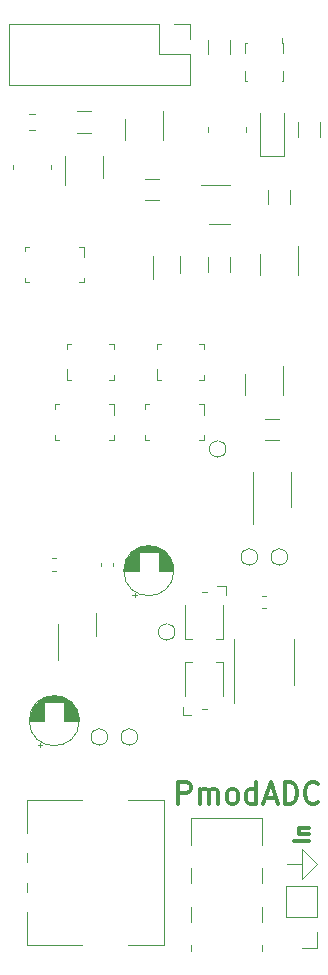
<source format=gbr>
%TF.GenerationSoftware,KiCad,Pcbnew,(5.1.5)-3*%
%TF.CreationDate,2020-11-01T10:25:43+01:00*%
%TF.ProjectId,PmodADC,506d6f64-4144-4432-9e6b-696361645f70,v0.2*%
%TF.SameCoordinates,Original*%
%TF.FileFunction,Legend,Top*%
%TF.FilePolarity,Positive*%
%FSLAX46Y46*%
G04 Gerber Fmt 4.6, Leading zero omitted, Abs format (unit mm)*
G04 Created by KiCad (PCBNEW (5.1.5)-3) date 2020-11-01 10:25:43*
%MOMM*%
%LPD*%
G04 APERTURE LIST*
%ADD10C,0.120000*%
%ADD11C,0.300000*%
G04 APERTURE END LIST*
D10*
X-109220000Y-92710000D02*
X-109220000Y-91440000D01*
X-107950000Y-91440000D02*
X-109220000Y-92710000D01*
X-109220000Y-90170000D02*
X-107950000Y-91440000D01*
X-109220000Y-91440000D02*
X-109220000Y-90170000D01*
X-110490000Y-91440000D02*
X-109220000Y-91440000D01*
D11*
X-108645476Y-89474523D02*
X-109915476Y-89474523D01*
X-109492142Y-88869761D02*
X-108645476Y-88869761D01*
X-109371190Y-88869761D02*
X-109431666Y-88809285D01*
X-109492142Y-88688333D01*
X-109492142Y-88506904D01*
X-109431666Y-88385952D01*
X-109310714Y-88325476D01*
X-108645476Y-88325476D01*
X-119663428Y-86285285D02*
X-119663428Y-84485285D01*
X-118977714Y-84485285D01*
X-118806285Y-84571000D01*
X-118720571Y-84656714D01*
X-118634857Y-84828142D01*
X-118634857Y-85085285D01*
X-118720571Y-85256714D01*
X-118806285Y-85342428D01*
X-118977714Y-85428142D01*
X-119663428Y-85428142D01*
X-117863428Y-86285285D02*
X-117863428Y-85085285D01*
X-117863428Y-85256714D02*
X-117777714Y-85171000D01*
X-117606285Y-85085285D01*
X-117349142Y-85085285D01*
X-117177714Y-85171000D01*
X-117092000Y-85342428D01*
X-117092000Y-86285285D01*
X-117092000Y-85342428D02*
X-117006285Y-85171000D01*
X-116834857Y-85085285D01*
X-116577714Y-85085285D01*
X-116406285Y-85171000D01*
X-116320571Y-85342428D01*
X-116320571Y-86285285D01*
X-115206285Y-86285285D02*
X-115377714Y-86199571D01*
X-115463428Y-86113857D01*
X-115549142Y-85942428D01*
X-115549142Y-85428142D01*
X-115463428Y-85256714D01*
X-115377714Y-85171000D01*
X-115206285Y-85085285D01*
X-114949142Y-85085285D01*
X-114777714Y-85171000D01*
X-114692000Y-85256714D01*
X-114606285Y-85428142D01*
X-114606285Y-85942428D01*
X-114692000Y-86113857D01*
X-114777714Y-86199571D01*
X-114949142Y-86285285D01*
X-115206285Y-86285285D01*
X-113063428Y-86285285D02*
X-113063428Y-84485285D01*
X-113063428Y-86199571D02*
X-113234857Y-86285285D01*
X-113577714Y-86285285D01*
X-113749142Y-86199571D01*
X-113834857Y-86113857D01*
X-113920571Y-85942428D01*
X-113920571Y-85428142D01*
X-113834857Y-85256714D01*
X-113749142Y-85171000D01*
X-113577714Y-85085285D01*
X-113234857Y-85085285D01*
X-113063428Y-85171000D01*
X-112292000Y-85771000D02*
X-111434857Y-85771000D01*
X-112463428Y-86285285D02*
X-111863428Y-84485285D01*
X-111263428Y-86285285D01*
X-110663428Y-86285285D02*
X-110663428Y-84485285D01*
X-110234857Y-84485285D01*
X-109977714Y-84571000D01*
X-109806285Y-84742428D01*
X-109720571Y-84913857D01*
X-109634857Y-85256714D01*
X-109634857Y-85513857D01*
X-109720571Y-85856714D01*
X-109806285Y-86028142D01*
X-109977714Y-86199571D01*
X-110234857Y-86285285D01*
X-110663428Y-86285285D01*
X-107834857Y-86113857D02*
X-107920571Y-86199571D01*
X-108177714Y-86285285D01*
X-108349142Y-86285285D01*
X-108606285Y-86199571D01*
X-108777714Y-86028142D01*
X-108863428Y-85856714D01*
X-108949142Y-85513857D01*
X-108949142Y-85256714D01*
X-108863428Y-84913857D01*
X-108777714Y-84742428D01*
X-108606285Y-84571000D01*
X-108349142Y-84485285D01*
X-108177714Y-84485285D01*
X-107920571Y-84571000D01*
X-107834857Y-84656714D01*
D10*
%TO.C,TP9*%
X-123125000Y-80645000D02*
G75*
G03X-123125000Y-80645000I-700000J0D01*
G01*
%TO.C,U20*%
X-127675000Y-39140000D02*
X-128050000Y-39140000D01*
X-127675000Y-40015000D02*
X-127675000Y-39140000D01*
X-127675000Y-42140000D02*
X-127675000Y-41765000D01*
X-128050000Y-42140000D02*
X-127675000Y-42140000D01*
X-132675000Y-39140000D02*
X-132675000Y-39515000D01*
X-132300000Y-39140000D02*
X-132675000Y-39140000D01*
X-132675000Y-42140000D02*
X-132675000Y-41765000D01*
X-132300000Y-42140000D02*
X-132675000Y-42140000D01*
%TO.C,U16*%
X-114955000Y-74295000D02*
X-114955000Y-77745000D01*
X-114955000Y-74295000D02*
X-114955000Y-72345000D01*
X-109835000Y-74295000D02*
X-109835000Y-76245000D01*
X-109835000Y-74295000D02*
X-109835000Y-72345000D01*
%TO.C,U13*%
X-113370000Y-59690000D02*
X-113370000Y-62615000D01*
X-113370000Y-59690000D02*
X-113370000Y-58190000D01*
X-110150000Y-59690000D02*
X-110150000Y-61190000D01*
X-110150000Y-59690000D02*
X-110150000Y-58190000D01*
%TO.C,U12*%
X-126650000Y-70120000D02*
X-126650000Y-72120000D01*
X-129890000Y-71120000D02*
X-129890000Y-74120000D01*
%TO.C,U11*%
X-119490000Y-41340000D02*
X-119490000Y-39940000D01*
X-121810000Y-39940000D02*
X-121810000Y-41840000D01*
%TO.C,U10*%
X-109515000Y-41540000D02*
X-109515000Y-39090000D01*
X-112735000Y-39740000D02*
X-112735000Y-41540000D01*
%TO.C,U9*%
X-120945000Y-30110000D02*
X-120945000Y-27660000D01*
X-124165000Y-28310000D02*
X-124165000Y-30110000D01*
%TO.C,U8*%
X-115305000Y-33950000D02*
X-117755000Y-33950000D01*
X-117105000Y-37170000D02*
X-115305000Y-37170000D01*
%TO.C,U7*%
X-110784999Y-51700000D02*
X-110784999Y-49250000D01*
X-114004999Y-49900000D02*
X-114004999Y-51700000D01*
%TO.C,U6*%
X-117515000Y-52475000D02*
X-117890000Y-52475000D01*
X-117515000Y-53350000D02*
X-117515000Y-52475000D01*
X-117515000Y-55475000D02*
X-117515000Y-55100000D01*
X-117890000Y-55475000D02*
X-117515000Y-55475000D01*
X-122515000Y-52475000D02*
X-122515000Y-52850000D01*
X-122140000Y-52475000D02*
X-122515000Y-52475000D01*
X-122515000Y-55475000D02*
X-122515000Y-55100000D01*
X-122140000Y-55475000D02*
X-122515000Y-55475000D01*
%TO.C,U5*%
X-125135000Y-52475000D02*
X-125510000Y-52475000D01*
X-125135000Y-53350000D02*
X-125135000Y-52475000D01*
X-125135000Y-55475000D02*
X-125135000Y-55100000D01*
X-125510000Y-55475000D02*
X-125135000Y-55475000D01*
X-130135000Y-52475000D02*
X-130135000Y-52850000D01*
X-129760000Y-52475000D02*
X-130135000Y-52475000D01*
X-130135000Y-55475000D02*
X-130135000Y-55100000D01*
X-129760000Y-55475000D02*
X-130135000Y-55475000D01*
%TO.C,U4*%
X-110795000Y-22695000D02*
X-110795000Y-21895000D01*
X-110795000Y-21895000D02*
X-110895000Y-21895000D01*
X-110795000Y-24295000D02*
X-110795000Y-25095000D01*
X-110795000Y-25095000D02*
X-110895000Y-25095000D01*
X-113895000Y-21895000D02*
X-113995000Y-21895000D01*
X-113995000Y-21895000D02*
X-113995000Y-22695000D01*
X-113995000Y-24295000D02*
X-113995000Y-25095000D01*
X-113995000Y-25095000D02*
X-113895000Y-25095000D01*
X-110895000Y-21895000D02*
X-110895000Y-21495000D01*
%TO.C,U3*%
X-129245000Y-31485000D02*
X-129245000Y-33935000D01*
X-126025000Y-33285000D02*
X-126025000Y-31485000D01*
%TO.C,U2*%
X-121515000Y-50395000D02*
X-121140000Y-50395000D01*
X-121515000Y-49520000D02*
X-121515000Y-50395000D01*
X-121515000Y-47395000D02*
X-121515000Y-47770000D01*
X-121140000Y-47395000D02*
X-121515000Y-47395000D01*
X-117515000Y-50395000D02*
X-117515000Y-50020000D01*
X-117890000Y-50395000D02*
X-117515000Y-50395000D01*
X-117515000Y-47395000D02*
X-117515000Y-47770000D01*
X-117890000Y-47395000D02*
X-117515000Y-47395000D01*
%TO.C,U1*%
X-129135000Y-50395000D02*
X-128760000Y-50395000D01*
X-129135000Y-49520000D02*
X-129135000Y-50395000D01*
X-129135000Y-47395000D02*
X-129135000Y-47770000D01*
X-128760000Y-47395000D02*
X-129135000Y-47395000D01*
X-125135000Y-50395000D02*
X-125135000Y-50020000D01*
X-125510000Y-50395000D02*
X-125135000Y-50395000D01*
X-125135000Y-47395000D02*
X-125135000Y-47770000D01*
X-125510000Y-47395000D02*
X-125135000Y-47395000D01*
%TO.C,TP11*%
X-112965000Y-65405000D02*
G75*
G03X-112965000Y-65405000I-700000J0D01*
G01*
%TO.C,TP10*%
X-110425000Y-65405000D02*
G75*
G03X-110425000Y-65405000I-700000J0D01*
G01*
%TO.C,TP6*%
X-119950000Y-71755000D02*
G75*
G03X-119950000Y-71755000I-700000J0D01*
G01*
%TO.C,TP5*%
X-115632000Y-56261000D02*
G75*
G03X-115632000Y-56261000I-700000J0D01*
G01*
%TO.C,TP3*%
X-125665000Y-80645000D02*
G75*
G03X-125665000Y-80645000I-700000J0D01*
G01*
%TO.C,RV2*%
X-117675000Y-78300000D02*
X-117275000Y-78300000D01*
X-119075000Y-77200000D02*
X-119075000Y-74300000D01*
X-119075000Y-74300000D02*
X-118475000Y-74300000D01*
X-115875000Y-77200000D02*
X-115875000Y-74300000D01*
X-115875000Y-74300000D02*
X-116475000Y-74300000D01*
X-119275000Y-78100000D02*
X-119275000Y-78800000D01*
X-119275000Y-78800000D02*
X-118575000Y-78800000D01*
%TO.C,RV1*%
X-115675000Y-67885000D02*
X-116375000Y-67885000D01*
X-115675000Y-68585000D02*
X-115675000Y-67885000D01*
X-119075000Y-72385000D02*
X-118475000Y-72385000D01*
X-119075000Y-69485000D02*
X-119075000Y-72385000D01*
X-115875000Y-72385000D02*
X-116475000Y-72385000D01*
X-115875000Y-69485000D02*
X-115875000Y-72385000D01*
X-117275000Y-68385000D02*
X-117675000Y-68385000D01*
%TO.C,R40*%
X-120880000Y-85945000D02*
X-120880000Y-98285000D01*
X-132470000Y-95485000D02*
X-132470000Y-98285000D01*
X-132470000Y-92986000D02*
X-132470000Y-93745000D01*
X-132470000Y-90486000D02*
X-132470000Y-91245000D01*
X-132470000Y-85945000D02*
X-132470000Y-88744000D01*
X-123895000Y-98285000D02*
X-120880000Y-98285000D01*
X-132470000Y-98285000D02*
X-127804000Y-98285000D01*
X-123895000Y-85945000D02*
X-120880000Y-85945000D01*
X-132470000Y-85945000D02*
X-127804000Y-85945000D01*
%TO.C,L2*%
X-117170000Y-29010000D02*
X-117170000Y-29410000D01*
X-113970000Y-29010000D02*
X-113970000Y-29410000D01*
%TO.C,L1*%
X-133680000Y-32185000D02*
X-133680000Y-32585000D01*
X-130480000Y-32185000D02*
X-130480000Y-32585000D01*
%TO.C,J4*%
X-118570000Y-87520000D02*
X-115570000Y-87520000D01*
X-118570000Y-92770000D02*
X-118570000Y-91770000D01*
X-118570000Y-91770000D02*
X-118570000Y-92520000D01*
X-118570000Y-92520000D02*
X-118570000Y-93020000D01*
X-118570000Y-98270000D02*
X-118570000Y-98770000D01*
X-118570000Y-96270000D02*
X-118570000Y-95020000D01*
X-118570000Y-89770000D02*
X-118570000Y-87520000D01*
X-112570000Y-87520000D02*
X-115570000Y-87520000D01*
X-112570000Y-89770000D02*
X-112570000Y-87520000D01*
X-112570000Y-92520000D02*
X-112570000Y-93020000D01*
X-112570000Y-91770000D02*
X-112570000Y-92520000D01*
X-112570000Y-92770000D02*
X-112570000Y-91770000D01*
X-112570000Y-96270000D02*
X-112570000Y-95020000D01*
X-112570000Y-98270000D02*
X-112570000Y-98770000D01*
%TO.C,J3*%
X-118685000Y-20260000D02*
X-118685000Y-21590000D01*
X-120015000Y-20260000D02*
X-118685000Y-20260000D01*
X-118685000Y-22860000D02*
X-118685000Y-25460000D01*
X-121285000Y-22860000D02*
X-118685000Y-22860000D01*
X-121285000Y-20260000D02*
X-121285000Y-22860000D01*
X-118685000Y-25460000D02*
X-134045000Y-25460000D01*
X-121285000Y-20260000D02*
X-134045000Y-20260000D01*
X-134045000Y-20260000D02*
X-134045000Y-25460000D01*
%TO.C,J1*%
X-107890000Y-98485000D02*
X-109220000Y-98485000D01*
X-107890000Y-97155000D02*
X-107890000Y-98485000D01*
X-107890000Y-95885000D02*
X-110550000Y-95885000D01*
X-110550000Y-95885000D02*
X-110550000Y-93285000D01*
X-107890000Y-95885000D02*
X-107890000Y-93285000D01*
X-107890000Y-93285000D02*
X-110550000Y-93285000D01*
%TO.C,D1*%
X-112770000Y-31490000D02*
X-112770000Y-27810000D01*
X-110750000Y-31490000D02*
X-110750000Y-27810000D01*
X-112770000Y-31490000D02*
X-110750000Y-31490000D01*
%TO.C,C34*%
X-112232221Y-68705000D02*
X-112557779Y-68705000D01*
X-112232221Y-69725000D02*
X-112557779Y-69725000D01*
%TO.C,C27*%
X-111157936Y-53700000D02*
X-112362064Y-53700000D01*
X-111157936Y-55520000D02*
X-112362064Y-55520000D01*
%TO.C,C26*%
X-123569000Y-68629801D02*
X-123169000Y-68629801D01*
X-123369000Y-68829801D02*
X-123369000Y-68429801D01*
X-122544000Y-64479000D02*
X-121804000Y-64479000D01*
X-122711000Y-64519000D02*
X-121637000Y-64519000D01*
X-122838000Y-64559000D02*
X-121510000Y-64559000D01*
X-122942000Y-64599000D02*
X-121406000Y-64599000D01*
X-123033000Y-64639000D02*
X-121315000Y-64639000D01*
X-123114000Y-64679000D02*
X-121234000Y-64679000D01*
X-123187000Y-64719000D02*
X-121161000Y-64719000D01*
X-123254000Y-64759000D02*
X-121094000Y-64759000D01*
X-123316000Y-64799000D02*
X-121032000Y-64799000D01*
X-123374000Y-64839000D02*
X-120974000Y-64839000D01*
X-123428000Y-64879000D02*
X-120920000Y-64879000D01*
X-123478000Y-64919000D02*
X-120870000Y-64919000D01*
X-123525000Y-64959000D02*
X-120823000Y-64959000D01*
X-121334000Y-64999000D02*
X-120778000Y-64999000D01*
X-123570000Y-64999000D02*
X-123014000Y-64999000D01*
X-121334000Y-65039000D02*
X-120736000Y-65039000D01*
X-123612000Y-65039000D02*
X-123014000Y-65039000D01*
X-121334000Y-65079000D02*
X-120696000Y-65079000D01*
X-123652000Y-65079000D02*
X-123014000Y-65079000D01*
X-121334000Y-65119000D02*
X-120658000Y-65119000D01*
X-123690000Y-65119000D02*
X-123014000Y-65119000D01*
X-121334000Y-65159000D02*
X-120622000Y-65159000D01*
X-123726000Y-65159000D02*
X-123014000Y-65159000D01*
X-121334000Y-65199000D02*
X-120587000Y-65199000D01*
X-123761000Y-65199000D02*
X-123014000Y-65199000D01*
X-121334000Y-65239000D02*
X-120555000Y-65239000D01*
X-123793000Y-65239000D02*
X-123014000Y-65239000D01*
X-121334000Y-65279000D02*
X-120524000Y-65279000D01*
X-123824000Y-65279000D02*
X-123014000Y-65279000D01*
X-121334000Y-65319000D02*
X-120494000Y-65319000D01*
X-123854000Y-65319000D02*
X-123014000Y-65319000D01*
X-121334000Y-65359000D02*
X-120466000Y-65359000D01*
X-123882000Y-65359000D02*
X-123014000Y-65359000D01*
X-121334000Y-65399000D02*
X-120439000Y-65399000D01*
X-123909000Y-65399000D02*
X-123014000Y-65399000D01*
X-121334000Y-65439000D02*
X-120414000Y-65439000D01*
X-123934000Y-65439000D02*
X-123014000Y-65439000D01*
X-121334000Y-65479000D02*
X-120389000Y-65479000D01*
X-123959000Y-65479000D02*
X-123014000Y-65479000D01*
X-121334000Y-65519000D02*
X-120366000Y-65519000D01*
X-123982000Y-65519000D02*
X-123014000Y-65519000D01*
X-121334000Y-65559000D02*
X-120344000Y-65559000D01*
X-124004000Y-65559000D02*
X-123014000Y-65559000D01*
X-121334000Y-65599000D02*
X-120323000Y-65599000D01*
X-124025000Y-65599000D02*
X-123014000Y-65599000D01*
X-121334000Y-65639000D02*
X-120304000Y-65639000D01*
X-124044000Y-65639000D02*
X-123014000Y-65639000D01*
X-121334000Y-65679000D02*
X-120285000Y-65679000D01*
X-124063000Y-65679000D02*
X-123014000Y-65679000D01*
X-121334000Y-65719000D02*
X-120267000Y-65719000D01*
X-124081000Y-65719000D02*
X-123014000Y-65719000D01*
X-121334000Y-65759000D02*
X-120250000Y-65759000D01*
X-124098000Y-65759000D02*
X-123014000Y-65759000D01*
X-121334000Y-65799000D02*
X-120234000Y-65799000D01*
X-124114000Y-65799000D02*
X-123014000Y-65799000D01*
X-121334000Y-65839000D02*
X-120220000Y-65839000D01*
X-124128000Y-65839000D02*
X-123014000Y-65839000D01*
X-121334000Y-65880000D02*
X-120206000Y-65880000D01*
X-124142000Y-65880000D02*
X-123014000Y-65880000D01*
X-121334000Y-65920000D02*
X-120192000Y-65920000D01*
X-124156000Y-65920000D02*
X-123014000Y-65920000D01*
X-121334000Y-65960000D02*
X-120180000Y-65960000D01*
X-124168000Y-65960000D02*
X-123014000Y-65960000D01*
X-121334000Y-66000000D02*
X-120169000Y-66000000D01*
X-124179000Y-66000000D02*
X-123014000Y-66000000D01*
X-121334000Y-66040000D02*
X-120158000Y-66040000D01*
X-124190000Y-66040000D02*
X-123014000Y-66040000D01*
X-121334000Y-66080000D02*
X-120149000Y-66080000D01*
X-124199000Y-66080000D02*
X-123014000Y-66080000D01*
X-121334000Y-66120000D02*
X-120140000Y-66120000D01*
X-124208000Y-66120000D02*
X-123014000Y-66120000D01*
X-121334000Y-66160000D02*
X-120132000Y-66160000D01*
X-124216000Y-66160000D02*
X-123014000Y-66160000D01*
X-121334000Y-66200000D02*
X-120124000Y-66200000D01*
X-124224000Y-66200000D02*
X-123014000Y-66200000D01*
X-121334000Y-66240000D02*
X-120118000Y-66240000D01*
X-124230000Y-66240000D02*
X-123014000Y-66240000D01*
X-121334000Y-66280000D02*
X-120112000Y-66280000D01*
X-124236000Y-66280000D02*
X-123014000Y-66280000D01*
X-121334000Y-66320000D02*
X-120107000Y-66320000D01*
X-124241000Y-66320000D02*
X-123014000Y-66320000D01*
X-121334000Y-66360000D02*
X-120103000Y-66360000D01*
X-124245000Y-66360000D02*
X-123014000Y-66360000D01*
X-121334000Y-66400000D02*
X-120100000Y-66400000D01*
X-124248000Y-66400000D02*
X-123014000Y-66400000D01*
X-121334000Y-66440000D02*
X-120097000Y-66440000D01*
X-124251000Y-66440000D02*
X-123014000Y-66440000D01*
X-124253000Y-66480000D02*
X-123014000Y-66480000D01*
X-121334000Y-66480000D02*
X-120095000Y-66480000D01*
X-124254000Y-66520000D02*
X-123014000Y-66520000D01*
X-121334000Y-66520000D02*
X-120094000Y-66520000D01*
X-124254000Y-66560000D02*
X-123014000Y-66560000D01*
X-121334000Y-66560000D02*
X-120094000Y-66560000D01*
X-120054000Y-66560000D02*
G75*
G03X-120054000Y-66560000I-2120000J0D01*
G01*
%TO.C,C24*%
X-126240000Y-66202779D02*
X-126240000Y-65877221D01*
X-125220000Y-66202779D02*
X-125220000Y-65877221D01*
%TO.C,C23*%
X-130337779Y-65530000D02*
X-130012221Y-65530000D01*
X-130337779Y-66550000D02*
X-130012221Y-66550000D01*
%TO.C,C20*%
X-117115000Y-40037936D02*
X-117115000Y-41242064D01*
X-115295000Y-40037936D02*
X-115295000Y-41242064D01*
%TO.C,C18*%
X-121317936Y-33380000D02*
X-122522064Y-33380000D01*
X-121317936Y-35200000D02*
X-122522064Y-35200000D01*
%TO.C,C17*%
X-112035000Y-34322936D02*
X-112035000Y-35527064D01*
X-110215000Y-34322936D02*
X-110215000Y-35527064D01*
%TO.C,C16*%
X-128055000Y-79260000D02*
G75*
G03X-128055000Y-79260000I-2120000J0D01*
G01*
X-129335000Y-79260000D02*
X-128095000Y-79260000D01*
X-132255000Y-79260000D02*
X-131015000Y-79260000D01*
X-129335000Y-79220000D02*
X-128095000Y-79220000D01*
X-132255000Y-79220000D02*
X-131015000Y-79220000D01*
X-129335000Y-79180000D02*
X-128096000Y-79180000D01*
X-132254000Y-79180000D02*
X-131015000Y-79180000D01*
X-132252000Y-79140000D02*
X-131015000Y-79140000D01*
X-129335000Y-79140000D02*
X-128098000Y-79140000D01*
X-132249000Y-79100000D02*
X-131015000Y-79100000D01*
X-129335000Y-79100000D02*
X-128101000Y-79100000D01*
X-132246000Y-79060000D02*
X-131015000Y-79060000D01*
X-129335000Y-79060000D02*
X-128104000Y-79060000D01*
X-132242000Y-79020000D02*
X-131015000Y-79020000D01*
X-129335000Y-79020000D02*
X-128108000Y-79020000D01*
X-132237000Y-78980000D02*
X-131015000Y-78980000D01*
X-129335000Y-78980000D02*
X-128113000Y-78980000D01*
X-132231000Y-78940000D02*
X-131015000Y-78940000D01*
X-129335000Y-78940000D02*
X-128119000Y-78940000D01*
X-132225000Y-78900000D02*
X-131015000Y-78900000D01*
X-129335000Y-78900000D02*
X-128125000Y-78900000D01*
X-132217000Y-78860000D02*
X-131015000Y-78860000D01*
X-129335000Y-78860000D02*
X-128133000Y-78860000D01*
X-132209000Y-78820000D02*
X-131015000Y-78820000D01*
X-129335000Y-78820000D02*
X-128141000Y-78820000D01*
X-132200000Y-78780000D02*
X-131015000Y-78780000D01*
X-129335000Y-78780000D02*
X-128150000Y-78780000D01*
X-132191000Y-78740000D02*
X-131015000Y-78740000D01*
X-129335000Y-78740000D02*
X-128159000Y-78740000D01*
X-132180000Y-78700000D02*
X-131015000Y-78700000D01*
X-129335000Y-78700000D02*
X-128170000Y-78700000D01*
X-132169000Y-78660000D02*
X-131015000Y-78660000D01*
X-129335000Y-78660000D02*
X-128181000Y-78660000D01*
X-132157000Y-78620000D02*
X-131015000Y-78620000D01*
X-129335000Y-78620000D02*
X-128193000Y-78620000D01*
X-132143000Y-78580000D02*
X-131015000Y-78580000D01*
X-129335000Y-78580000D02*
X-128207000Y-78580000D01*
X-132129000Y-78539000D02*
X-131015000Y-78539000D01*
X-129335000Y-78539000D02*
X-128221000Y-78539000D01*
X-132115000Y-78499000D02*
X-131015000Y-78499000D01*
X-129335000Y-78499000D02*
X-128235000Y-78499000D01*
X-132099000Y-78459000D02*
X-131015000Y-78459000D01*
X-129335000Y-78459000D02*
X-128251000Y-78459000D01*
X-132082000Y-78419000D02*
X-131015000Y-78419000D01*
X-129335000Y-78419000D02*
X-128268000Y-78419000D01*
X-132064000Y-78379000D02*
X-131015000Y-78379000D01*
X-129335000Y-78379000D02*
X-128286000Y-78379000D01*
X-132045000Y-78339000D02*
X-131015000Y-78339000D01*
X-129335000Y-78339000D02*
X-128305000Y-78339000D01*
X-132026000Y-78299000D02*
X-131015000Y-78299000D01*
X-129335000Y-78299000D02*
X-128324000Y-78299000D01*
X-132005000Y-78259000D02*
X-131015000Y-78259000D01*
X-129335000Y-78259000D02*
X-128345000Y-78259000D01*
X-131983000Y-78219000D02*
X-131015000Y-78219000D01*
X-129335000Y-78219000D02*
X-128367000Y-78219000D01*
X-131960000Y-78179000D02*
X-131015000Y-78179000D01*
X-129335000Y-78179000D02*
X-128390000Y-78179000D01*
X-131935000Y-78139000D02*
X-131015000Y-78139000D01*
X-129335000Y-78139000D02*
X-128415000Y-78139000D01*
X-131910000Y-78099000D02*
X-131015000Y-78099000D01*
X-129335000Y-78099000D02*
X-128440000Y-78099000D01*
X-131883000Y-78059000D02*
X-131015000Y-78059000D01*
X-129335000Y-78059000D02*
X-128467000Y-78059000D01*
X-131855000Y-78019000D02*
X-131015000Y-78019000D01*
X-129335000Y-78019000D02*
X-128495000Y-78019000D01*
X-131825000Y-77979000D02*
X-131015000Y-77979000D01*
X-129335000Y-77979000D02*
X-128525000Y-77979000D01*
X-131794000Y-77939000D02*
X-131015000Y-77939000D01*
X-129335000Y-77939000D02*
X-128556000Y-77939000D01*
X-131762000Y-77899000D02*
X-131015000Y-77899000D01*
X-129335000Y-77899000D02*
X-128588000Y-77899000D01*
X-131727000Y-77859000D02*
X-131015000Y-77859000D01*
X-129335000Y-77859000D02*
X-128623000Y-77859000D01*
X-131691000Y-77819000D02*
X-131015000Y-77819000D01*
X-129335000Y-77819000D02*
X-128659000Y-77819000D01*
X-131653000Y-77779000D02*
X-131015000Y-77779000D01*
X-129335000Y-77779000D02*
X-128697000Y-77779000D01*
X-131613000Y-77739000D02*
X-131015000Y-77739000D01*
X-129335000Y-77739000D02*
X-128737000Y-77739000D01*
X-131571000Y-77699000D02*
X-131015000Y-77699000D01*
X-129335000Y-77699000D02*
X-128779000Y-77699000D01*
X-131526000Y-77659000D02*
X-128824000Y-77659000D01*
X-131479000Y-77619000D02*
X-128871000Y-77619000D01*
X-131429000Y-77579000D02*
X-128921000Y-77579000D01*
X-131375000Y-77539000D02*
X-128975000Y-77539000D01*
X-131317000Y-77499000D02*
X-129033000Y-77499000D01*
X-131255000Y-77459000D02*
X-129095000Y-77459000D01*
X-131188000Y-77419000D02*
X-129162000Y-77419000D01*
X-131115000Y-77379000D02*
X-129235000Y-77379000D01*
X-131034000Y-77339000D02*
X-129316000Y-77339000D01*
X-130943000Y-77299000D02*
X-129407000Y-77299000D01*
X-130839000Y-77259000D02*
X-129511000Y-77259000D01*
X-130712000Y-77219000D02*
X-129638000Y-77219000D01*
X-130545000Y-77179000D02*
X-129805000Y-77179000D01*
X-131370000Y-81529801D02*
X-131370000Y-81129801D01*
X-131570000Y-81329801D02*
X-131170000Y-81329801D01*
%TO.C,C11*%
X-107675000Y-29812064D02*
X-107675000Y-28607936D01*
X-109495000Y-29812064D02*
X-109495000Y-28607936D01*
%TO.C,C8*%
X-127032936Y-27665000D02*
X-128237064Y-27665000D01*
X-127032936Y-29485000D02*
X-128237064Y-29485000D01*
%TO.C,C2*%
X-117115000Y-21622936D02*
X-117115000Y-22827064D01*
X-115295000Y-21622936D02*
X-115295000Y-22827064D01*
%TO.C,C1*%
X-132338578Y-27865000D02*
X-131821422Y-27865000D01*
X-132338578Y-29285000D02*
X-131821422Y-29285000D01*
%TD*%
M02*

</source>
